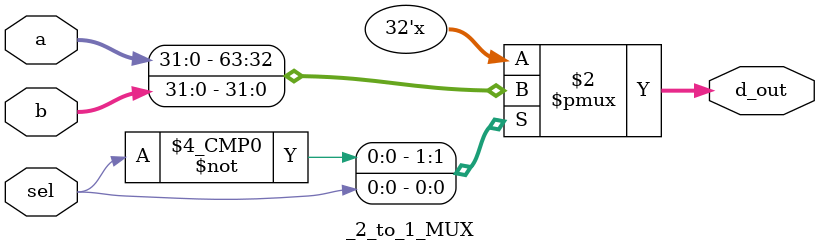
<source format=v>
module _2_to_1_MUX(a,b,sel,d_out);//2 to 1 MUX
	input [31:0]a,b;//2 32bit inputs 
	input sel;//3bit sel
	output reg[31:0]d_out;//32bit output reg
	
	always@(sel,a,b) begin//Assign appropriate output 
		case(sel)
			1'b0: d_out<=a;
			1'b1: d_out<=b;
			default:d_out<=32'hx;//default
		endcase//endcase
	end
endmodule//endmodule
</source>
